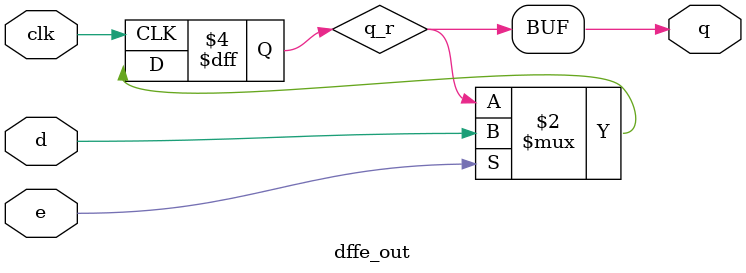
<source format=v>
/**********************************************************************
 * DO WHAT THE FUCK YOU WANT TO AND DON'T BLAME US PUBLIC LICENSE     *
 *                    Version 3, April 2008                           *
 *                                                                    *
 * Copyright (C) 2018 Luke Wren                                       *
 *                                                                    *
 * Everyone is permitted to copy and distribute verbatim or modified  *
 * copies of this license document and accompanying software, and     *
 * changing either is allowed.                                        *
 *                                                                    *
 *   TERMS AND CONDITIONS FOR COPYING, DISTRIBUTION AND MODIFICATION  *
 *                                                                    *
 * 0. You just DO WHAT THE FUCK YOU WANT TO.                          *
 * 1. We're NOT RESPONSIBLE WHEN IT DOESN'T FUCKING WORK.             *
 *                                                                    *
 *********************************************************************/

module dffe_out (
    input  wire clk,
    input  wire d,
    input  wire e,
    output wire q
);

`ifdef FPGA_ICE40

    SB_IO #(
        .PIN_TYPE(6'b01_01_00),
        //            |  |  |
        //            |  |  \----- Registered input (and no clock!)
        //            |  \-------- Registered output
        //            \----------- Permanent output enable
        .PULLUP  (1'b0)
    ) buffer (
        .PACKAGE_PIN (q),
        .OUTPUT_CLK  (clk),
        .CLOCK_ENABLE(e),
        .D_OUT_0     (d)
    );

`else

    reg q_r;
    assign q = q_r;

    always @(posedge clk) if (e) q_r <= d;

`endif

endmodule

</source>
